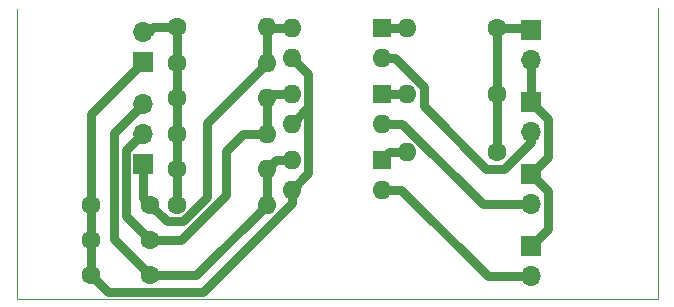
<source format=gbr>
%TF.GenerationSoftware,KiCad,Pcbnew,7.0.9-7.0.9~ubuntu22.04.1*%
%TF.CreationDate,2023-11-29T11:42:34+02:00*%
%TF.ProjectId,limit_switch,6c696d69-745f-4737-9769-7463682e6b69,rev?*%
%TF.SameCoordinates,Original*%
%TF.FileFunction,Copper,L1,Top*%
%TF.FilePolarity,Positive*%
%FSLAX46Y46*%
G04 Gerber Fmt 4.6, Leading zero omitted, Abs format (unit mm)*
G04 Created by KiCad (PCBNEW 7.0.9-7.0.9~ubuntu22.04.1) date 2023-11-29 11:42:34*
%MOMM*%
%LPD*%
G01*
G04 APERTURE LIST*
%TA.AperFunction,ComponentPad*%
%ADD10C,1.600000*%
%TD*%
%TA.AperFunction,ComponentPad*%
%ADD11O,1.600000X1.600000*%
%TD*%
%TA.AperFunction,ComponentPad*%
%ADD12R,1.700000X1.700000*%
%TD*%
%TA.AperFunction,ComponentPad*%
%ADD13O,1.700000X1.700000*%
%TD*%
%TA.AperFunction,ComponentPad*%
%ADD14R,1.600000X1.600000*%
%TD*%
%TA.AperFunction,Conductor*%
%ADD15C,0.800000*%
%TD*%
%TA.AperFunction,Profile*%
%ADD16C,0.100000*%
%TD*%
G04 APERTURE END LIST*
D10*
X15550000Y10000000D03*
D11*
X23170000Y10000000D03*
D10*
X15550000Y16000000D03*
D11*
X23170000Y16000000D03*
X23170000Y22000000D03*
D10*
X15550000Y22000000D03*
X15550000Y13000000D03*
D11*
X23170000Y13000000D03*
D10*
X15550000Y19000000D03*
D11*
X23170000Y19000000D03*
X23170000Y25000000D03*
D10*
X15550000Y25000000D03*
X13300000Y4000000D03*
X8300000Y4000000D03*
X13300000Y7000000D03*
X8300000Y7000000D03*
X8300000Y10000000D03*
X13300000Y10000000D03*
D12*
X12700000Y13400000D03*
D13*
X12700000Y15940000D03*
X12700000Y18480000D03*
X12700000Y24640000D03*
D12*
X12700000Y22100000D03*
D13*
X45550000Y16127000D03*
D12*
X45550000Y18667000D03*
D14*
X32922000Y13816000D03*
D11*
X32922000Y11276000D03*
X25302000Y11276000D03*
X25302000Y13816000D03*
X35091000Y19399000D03*
D10*
X42711000Y19399000D03*
D13*
X45550000Y10069000D03*
D12*
X45550000Y12609000D03*
D11*
X35091000Y14446000D03*
D10*
X42711000Y14446000D03*
D13*
X45550000Y3935000D03*
D12*
X45550000Y6475000D03*
D13*
X45550000Y22223000D03*
D12*
X45550000Y24763000D03*
D11*
X25302000Y19404000D03*
X25302000Y16864000D03*
X32922000Y16864000D03*
D14*
X32922000Y19404000D03*
D11*
X35091000Y24987000D03*
D10*
X42711000Y24987000D03*
D14*
X32922000Y24992000D03*
D11*
X32922000Y22452000D03*
X25302000Y22452000D03*
X25302000Y24992000D03*
D15*
X13190000Y24640000D02*
X13550000Y25000000D01*
X12700000Y24640000D02*
X13190000Y24640000D01*
X13550000Y25000000D02*
X15550000Y25000000D01*
X15550000Y22000000D02*
X15550000Y25000000D01*
X15550000Y19000000D02*
X15550000Y22000000D01*
X15550000Y16000000D02*
X15550000Y19000000D01*
X15550000Y13000000D02*
X15550000Y16000000D01*
X15550000Y10000000D02*
X15550000Y13000000D01*
X18100000Y10640101D02*
X18100000Y16930000D01*
X18100000Y16930000D02*
X23170000Y22000000D01*
X23170000Y16000000D02*
X21200000Y16000000D01*
X21200000Y16000000D02*
X19700000Y14500000D01*
X23170000Y10000000D02*
X17170000Y4000000D01*
X17170000Y4000000D02*
X13300000Y4000000D01*
X23170000Y13000000D02*
X23170000Y10000000D01*
X25302000Y13816000D02*
X23986000Y13816000D01*
X23986000Y13816000D02*
X23170000Y13000000D01*
X23170000Y19000000D02*
X23170000Y16000000D01*
X25302000Y19404000D02*
X23574000Y19404000D01*
X23574000Y19404000D02*
X23170000Y19000000D01*
X23170000Y25000000D02*
X23170000Y22000000D01*
X25302000Y24992000D02*
X23178000Y24992000D01*
X23178000Y24992000D02*
X23170000Y25000000D01*
X15480000Y16030000D02*
X15490000Y16040000D01*
X32922000Y11276000D02*
X34535899Y11276000D01*
X34535899Y11276000D02*
X41876899Y3935000D01*
X45550000Y10069000D02*
X41447899Y10069000D01*
X41447899Y10069000D02*
X34652899Y16864000D01*
X34652899Y16864000D02*
X32922000Y16864000D01*
X35091000Y14446000D02*
X33552000Y14446000D01*
X33552000Y14446000D02*
X32922000Y13816000D01*
X35091000Y19399000D02*
X32927000Y19399000D01*
X32927000Y19399000D02*
X32922000Y19404000D01*
X45550000Y16127000D02*
X45550000Y15305101D01*
X45550000Y15305101D02*
X43290899Y13046000D01*
X43290899Y13046000D02*
X41753998Y13046000D01*
X36491000Y19978899D02*
X34017899Y22452000D01*
X41753998Y13046000D02*
X36491000Y18308998D01*
X36491000Y18308998D02*
X36491000Y19978899D01*
X34017899Y22452000D02*
X32922000Y22452000D01*
X8300000Y4000000D02*
X9700000Y2600000D01*
X9700000Y2600000D02*
X17757370Y2600000D01*
X17757370Y2600000D02*
X25302000Y10144630D01*
X25302000Y10144630D02*
X25302000Y11276000D01*
X12700000Y22100000D02*
X8300000Y17700000D01*
X8300000Y17700000D02*
X8300000Y10000000D01*
X8300000Y7000000D02*
X8300000Y10000000D01*
X8300000Y4000000D02*
X8300000Y7000000D01*
X13300000Y4000000D02*
X10250000Y7050000D01*
X10250000Y7050000D02*
X10250000Y16030000D01*
X10250000Y16030000D02*
X12700000Y18480000D01*
X13300000Y7000000D02*
X11250000Y9050000D01*
X11250000Y9050000D02*
X11250000Y14600000D01*
X11250000Y14600000D02*
X12590000Y15940000D01*
X12590000Y15940000D02*
X12700000Y15940000D01*
X12700000Y13400000D02*
X12700000Y10600000D01*
X12700000Y10600000D02*
X13300000Y10000000D01*
X19700000Y14500000D02*
X19700000Y10825887D01*
X15874113Y7000000D02*
X13300000Y7000000D01*
X19700000Y10825887D02*
X15874113Y7000000D01*
X18100000Y10640101D02*
X16059899Y8600000D01*
X16059899Y8600000D02*
X14700000Y8600000D01*
X14700000Y8600000D02*
X13300000Y10000000D01*
X26702000Y18264000D02*
X26702000Y12676000D01*
X26702000Y12676000D02*
X25302000Y11276000D01*
X25302000Y22452000D02*
X26702000Y21052000D01*
X26702000Y21052000D02*
X26702000Y18264000D01*
X26702000Y18264000D02*
X25302000Y16864000D01*
X23150000Y16080000D02*
X23110000Y16040000D01*
X25297000Y19399000D02*
X25302000Y19404000D01*
X23118000Y24992000D02*
X23110000Y25000000D01*
X42711000Y19399000D02*
X42711000Y24987000D01*
X45326000Y24987000D02*
X45550000Y24763000D01*
X42711000Y14446000D02*
X42711000Y19399000D01*
X42711000Y24987000D02*
X45326000Y24987000D01*
X41876899Y3935000D02*
X45550000Y3935000D01*
X32922000Y24992000D02*
X35086000Y24992000D01*
X35086000Y24992000D02*
X35091000Y24987000D01*
X35086000Y19404000D02*
X35091000Y19399000D01*
X25297000Y24987000D02*
X25302000Y24992000D01*
X45550000Y18667000D02*
X47000000Y17217000D01*
X47000000Y14059000D02*
X45550000Y12609000D01*
X45550000Y22223000D02*
X45550000Y18667000D01*
X47000000Y11159000D02*
X47000000Y7925000D01*
X47000000Y7925000D02*
X45550000Y6475000D01*
X47000000Y17217000D02*
X47000000Y14059000D01*
X45550000Y12609000D02*
X47000000Y11159000D01*
D16*
X56300000Y2000000D02*
X2000000Y2000000D01*
X2000000Y26600000D02*
X2000000Y2000000D01*
X56300000Y2000000D02*
X56300000Y26638000D01*
M02*

</source>
